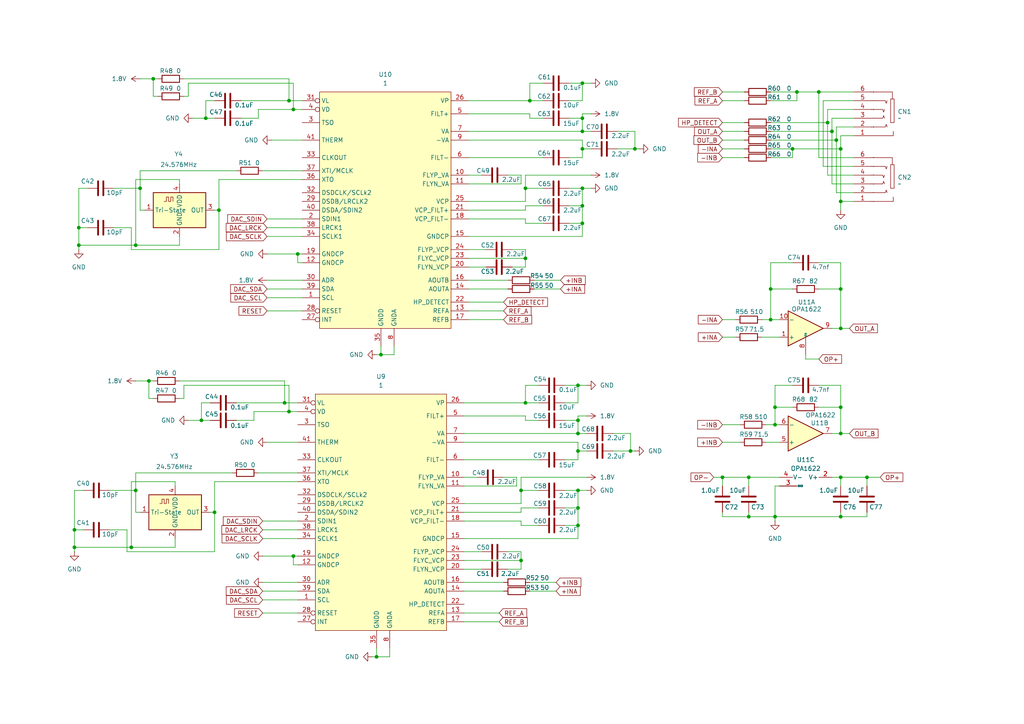
<source format=kicad_sch>
(kicad_sch (version 20250114) (generator "eeschema") (generator_version "9.0")
  (paper "A4")
  (junction (at 168.91 59.69))
  (junction (at 217.17 149.86))
  (junction (at 22.86 71.12))
  (junction (at 168.91 34.29))
  (junction (at 209.55 138.43))
  (junction (at 243.84 149.86))
  (junction (at 224.79 123.19))
  (junction (at 167.64 130.81))
  (junction (at 251.46 138.43))
  (junction (at 62.23 148.59))
  (junction (at 241.3 38.1))
  (junction (at 231.14 26.67))
  (junction (at 243.84 58.42))
  (junction (at 224.79 118.11))
  (junction (at 168.91 24.13))
  (junction (at 39.37 142.24))
  (junction (at 242.57 40.64))
  (junction (at 21.59 153.67))
  (junction (at 182.88 130.81))
  (junction (at 22.86 66.04))
  (junction (at 152.4 54.61))
  (junction (at 167.64 147.32))
  (junction (at 40.64 54.61))
  (junction (at 243.84 125.73))
  (junction (at 44.45 22.86))
  (junction (at 38.1 158.75))
  (junction (at 168.91 38.1))
  (junction (at 243.84 138.43))
  (junction (at 237.49 26.67))
  (junction (at 63.5 60.96))
  (junction (at 21.59 158.75))
  (junction (at 240.03 35.56))
  (junction (at 243.84 43.18))
  (junction (at 110.49 102.87))
  (junction (at 223.52 83.82))
  (junction (at 229.87 43.18))
  (junction (at 59.69 34.29))
  (junction (at 85.09 31.75))
  (junction (at 83.82 29.21))
  (junction (at 152.4 74.93))
  (junction (at 167.64 142.24))
  (junction (at 243.84 95.25))
  (junction (at 151.13 162.56))
  (junction (at 168.91 64.77))
  (junction (at 167.64 111.76))
  (junction (at 39.37 71.12))
  (junction (at 109.22 190.5))
  (junction (at 83.82 119.38))
  (junction (at 223.52 92.71))
  (junction (at 151.13 142.24))
  (junction (at 152.4 116.84))
  (junction (at 82.55 116.84))
  (junction (at 85.09 161.29))
  (junction (at 153.67 29.21))
  (junction (at 43.18 110.49))
  (junction (at 168.91 43.18))
  (junction (at 243.84 83.82))
  (junction (at 243.84 118.11))
  (junction (at 168.91 54.61))
  (junction (at 167.64 121.92))
  (junction (at 217.17 138.43))
  (junction (at 86.36 73.66))
  (junction (at 58.42 121.92))
  (junction (at 167.64 125.73))
  (junction (at 167.64 152.4))
  (junction (at 224.79 149.86))
  (junction (at 184.15 43.18))
  (wire (pts (xy 209.55 97.79) (xy 213.36 97.79)))
  (wire (pts (xy 151.13 152.4) (xy 156.21 152.4)))
  (wire (pts (xy 163.83 111.76) (xy 167.64 111.76)))
  (wire (pts (xy 170.18 138.43) (xy 151.13 138.43)))
  (wire (pts (xy 21.59 158.75) (xy 38.1 158.75)))
  (wire (pts (xy 77.47 68.58) (xy 87.63 68.58)))
  (wire (pts (xy 50.8 158.75) (xy 38.1 158.75)))
  (wire (pts (xy 168.91 43.18) (xy 168.91 45.72)))
  (wire (pts (xy 31.75 142.24) (xy 39.37 142.24)))
  (wire (pts (xy 231.14 26.67) (xy 237.49 26.67)))
  (wire (pts (xy 40.64 49.53) (xy 40.64 54.61)))
  (wire (pts (xy 224.79 118.11) (xy 224.79 123.19)))
  (wire (pts (xy 135.89 58.42) (xy 152.4 58.42)))
  (wire (pts (xy 54.61 121.92) (xy 58.42 121.92)))
  (wire (pts (xy 38.1 139.7) (xy 50.8 139.7)))
  (wire (pts (xy 135.89 53.34) (xy 151.13 53.34)))
  (wire (pts (xy 237.49 111.76) (xy 243.84 111.76)))
  (wire (pts (xy 44.45 110.49) (xy 43.18 110.49)))
  (wire (pts (xy 170.18 120.65) (xy 167.64 120.65)))
  (wire (pts (xy 38.1 72.39) (xy 63.5 72.39)))
  (wire (pts (xy 222.25 123.19) (xy 224.79 123.19)))
  (wire (pts (xy 74.93 31.75) (xy 85.09 31.75)))
  (wire (pts (xy 243.84 138.43) (xy 251.46 138.43)))
  (wire (pts (xy 151.13 148.59) (xy 151.13 147.32)))
  (wire (pts (xy 134.62 171.45) (xy 146.05 171.45)))
  (wire (pts (xy 238.76 29.21) (xy 238.76 48.26)))
  (wire (pts (xy 229.87 43.18) (xy 223.52 43.18)))
  (wire (pts (xy 78.74 40.64) (xy 87.63 40.64)))
  (wire (pts (xy 229.87 76.2) (xy 223.52 76.2)))
  (wire (pts (xy 223.52 83.82) (xy 223.52 92.71)))
  (wire (pts (xy 163.83 152.4) (xy 167.64 152.4)))
  (wire (pts (xy 224.79 149.86) (xy 224.79 151.13)))
  (wire (pts (xy 73.66 119.38) (xy 83.82 119.38)))
  (wire (pts (xy 135.89 29.21) (xy 153.67 29.21)))
  (wire (pts (xy 21.59 158.75) (xy 21.59 160.02)))
  (wire (pts (xy 217.17 138.43) (xy 217.17 140.97)))
  (wire (pts (xy 168.91 24.13) (xy 171.45 24.13)))
  (wire (pts (xy 223.52 26.67) (xy 231.14 26.67)))
  (wire (pts (xy 134.62 146.05) (xy 151.13 146.05)))
  (wire (pts (xy 224.79 140.97) (xy 226.06 140.97)))
  (wire (pts (xy 135.89 38.1) (xy 168.91 38.1)))
  (wire (pts (xy 167.64 111.76) (xy 167.64 116.84)))
  (wire (pts (xy 77.47 86.36) (xy 87.63 86.36)))
  (wire (pts (xy 134.62 156.21) (xy 167.64 156.21)))
  (wire (pts (xy 39.37 71.12) (xy 39.37 52.07)))
  (wire (pts (xy 209.55 40.64) (xy 215.9 40.64)))
  (wire (pts (xy 251.46 138.43) (xy 255.27 138.43)))
  (wire (pts (xy 107.95 190.5) (xy 109.22 190.5)))
  (wire (pts (xy 22.86 71.12) (xy 22.86 72.39)))
  (wire (pts (xy 167.64 130.81) (xy 167.64 133.35)))
  (wire (pts (xy 33.02 54.61) (xy 40.64 54.61)))
  (wire (pts (xy 135.89 77.47) (xy 140.97 77.47)))
  (wire (pts (xy 39.37 137.16) (xy 67.31 137.16)))
  (wire (pts (xy 63.5 60.96) (xy 62.23 60.96)))
  (wire (pts (xy 153.67 168.91) (xy 161.29 168.91)))
  (wire (pts (xy 247.65 34.29) (xy 241.3 34.29)))
  (wire (pts (xy 168.91 40.64) (xy 168.91 43.18)))
  (wire (pts (xy 77.47 128.27) (xy 86.36 128.27)))
  (wire (pts (xy 243.84 95.25) (xy 241.3 95.25)))
  (wire (pts (xy 243.84 76.2) (xy 243.84 83.82)))
  (wire (pts (xy 184.15 130.81) (xy 182.88 130.81)))
  (wire (pts (xy 168.91 54.61) (xy 171.45 54.61)))
  (wire (pts (xy 242.57 55.88) (xy 242.57 40.64)))
  (wire (pts (xy 152.4 74.93) (xy 152.4 72.39)))
  (wire (pts (xy 241.3 38.1) (xy 241.3 53.34)))
  (wire (pts (xy 168.91 38.1) (xy 171.45 38.1)))
  (wire (pts (xy 85.09 163.83) (xy 85.09 161.29)))
  (wire (pts (xy 168.91 54.61) (xy 165.1 54.61)))
  (wire (pts (xy 21.59 142.24) (xy 21.59 153.67)))
  (wire (pts (xy 220.98 97.79) (xy 226.06 97.79)))
  (wire (pts (xy 152.4 54.61) (xy 157.48 54.61)))
  (wire (pts (xy 247.65 45.72) (xy 237.49 45.72)))
  (wire (pts (xy 168.91 24.13) (xy 168.91 29.21)))
  (wire (pts (xy 21.59 153.67) (xy 24.13 153.67)))
  (wire (pts (xy 109.22 190.5) (xy 109.22 187.96)))
  (wire (pts (xy 243.84 58.42) (xy 243.84 60.96)))
  (wire (pts (xy 135.89 90.17) (xy 146.05 90.17)))
  (wire (pts (xy 134.62 180.34) (xy 144.78 180.34)))
  (wire (pts (xy 24.13 142.24) (xy 21.59 142.24)))
  (wire (pts (xy 113.03 190.5) (xy 109.22 190.5)))
  (wire (pts (xy 165.1 24.13) (xy 168.91 24.13)))
  (wire (pts (xy 241.3 53.34) (xy 247.65 53.34)))
  (wire (pts (xy 86.36 76.2) (xy 86.36 73.66)))
  (wire (pts (xy 62.23 148.59) (xy 62.23 139.7)))
  (wire (pts (xy 151.13 50.8) (xy 147.32 50.8)))
  (wire (pts (xy 243.84 43.18) (xy 243.84 58.42)))
  (wire (pts (xy 40.64 49.53) (xy 68.58 49.53)))
  (wire (pts (xy 113.03 187.96) (xy 113.03 190.5)))
  (wire (pts (xy 39.37 148.59) (xy 40.64 148.59)))
  (wire (pts (xy 60.96 121.92) (xy 58.42 121.92)))
  (wire (pts (xy 62.23 148.59) (xy 60.96 148.59)))
  (wire (pts (xy 135.89 60.96) (xy 152.4 60.96)))
  (wire (pts (xy 251.46 149.86) (xy 243.84 149.86)))
  (wire (pts (xy 237.49 76.2) (xy 243.84 76.2)))
  (wire (pts (xy 134.62 151.13) (xy 151.13 151.13)))
  (wire (pts (xy 167.64 152.4) (xy 167.64 147.32)))
  (wire (pts (xy 243.84 58.42) (xy 247.65 58.42)))
  (wire (pts (xy 223.52 35.56) (xy 240.03 35.56)))
  (wire (pts (xy 134.62 168.91) (xy 146.05 168.91)))
  (wire (pts (xy 171.45 50.8) (xy 152.4 50.8)))
  (wire (pts (xy 86.36 73.66) (xy 87.63 73.66)))
  (wire (pts (xy 167.64 130.81) (xy 170.18 130.81)))
  (wire (pts (xy 134.62 133.35) (xy 156.21 133.35)))
  (wire (pts (xy 149.86 138.43) (xy 146.05 138.43)))
  (wire (pts (xy 209.55 138.43) (xy 217.17 138.43)))
  (wire (pts (xy 21.59 153.67) (xy 21.59 158.75)))
  (wire (pts (xy 152.4 116.84) (xy 152.4 111.76)))
  (wire (pts (xy 134.62 138.43) (xy 138.43 138.43)))
  (wire (pts (xy 52.07 71.12) (xy 39.37 71.12)))
  (wire (pts (xy 168.91 38.1) (xy 168.91 34.29)))
  (wire (pts (xy 69.85 29.21) (xy 83.82 29.21)))
  (wire (pts (xy 151.13 53.34) (xy 151.13 50.8)))
  (wire (pts (xy 152.4 77.47) (xy 152.4 74.93)))
  (wire (pts (xy 77.47 63.5) (xy 87.63 63.5)))
  (wire (pts (xy 217.17 149.86) (xy 209.55 149.86)))
  (wire (pts (xy 209.55 43.18) (xy 215.9 43.18)))
  (wire (pts (xy 165.1 29.21) (xy 168.91 29.21)))
  (wire (pts (xy 207.01 138.43) (xy 209.55 138.43)))
  (wire (pts (xy 247.65 39.37) (xy 243.84 39.37)))
  (wire (pts (xy 209.55 128.27) (xy 214.63 128.27)))
  (wire (pts (xy 38.1 66.04) (xy 38.1 72.39)))
  (wire (pts (xy 36.83 153.67) (xy 36.83 160.02)))
  (wire (pts (xy 135.89 74.93) (xy 152.4 74.93)))
  (wire (pts (xy 76.2 156.21) (xy 86.36 156.21)))
  (wire (pts (xy 153.67 29.21) (xy 157.48 29.21)))
  (wire (pts (xy 39.37 137.16) (xy 39.37 142.24)))
  (wire (pts (xy 59.69 29.21) (xy 62.23 29.21)))
  (wire (pts (xy 85.09 24.13) (xy 85.09 31.75)))
  (wire (pts (xy 77.47 81.28) (xy 87.63 81.28)))
  (wire (pts (xy 149.86 140.97) (xy 149.86 138.43)))
  (wire (pts (xy 52.07 52.07) (xy 52.07 53.34)))
  (wire (pts (xy 151.13 165.1) (xy 151.13 162.56)))
  (wire (pts (xy 243.84 138.43) (xy 243.84 140.97)))
  (wire (pts (xy 243.84 125.73) (xy 241.3 125.73)))
  (wire (pts (xy 240.03 35.56) (xy 240.03 31.75)))
  (wire (pts (xy 229.87 43.18) (xy 243.84 43.18)))
  (wire (pts (xy 238.76 48.26) (xy 247.65 48.26)))
  (wire (pts (xy 31.75 153.67) (xy 36.83 153.67)))
  (wire (pts (xy 76.2 49.53) (xy 87.63 49.53)))
  (wire (pts (xy 223.52 76.2) (xy 223.52 83.82)))
  (wire (pts (xy 209.55 138.43) (xy 209.55 140.97)))
  (wire (pts (xy 167.64 142.24) (xy 170.18 142.24)))
  (wire (pts (xy 151.13 146.05) (xy 151.13 142.24)))
  (wire (pts (xy 168.91 34.29) (xy 165.1 34.29)))
  (wire (pts (xy 109.22 102.87) (xy 110.49 102.87)))
  (wire (pts (xy 22.86 66.04) (xy 22.86 71.12)))
  (wire (pts (xy 152.4 50.8) (xy 152.4 54.61)))
  (wire (pts (xy 62.23 34.29) (xy 59.69 34.29)))
  (wire (pts (xy 184.15 38.1) (xy 184.15 43.18)))
  (wire (pts (xy 50.8 156.21) (xy 50.8 158.75)))
  (wire (pts (xy 152.4 60.96) (xy 152.4 59.69)))
  (wire (pts (xy 110.49 102.87) (xy 110.49 100.33)))
  (wire (pts (xy 76.2 161.29) (xy 85.09 161.29)))
  (wire (pts (xy 154.94 83.82) (xy 162.56 83.82)))
  (wire (pts (xy 167.64 125.73) (xy 170.18 125.73)))
  (wire (pts (xy 59.69 34.29) (xy 59.69 29.21)))
  (wire (pts (xy 83.82 111.76) (xy 83.82 119.38)))
  (wire (pts (xy 152.4 58.42) (xy 152.4 54.61)))
  (wire (pts (xy 39.37 110.49) (xy 43.18 110.49)))
  (wire (pts (xy 209.55 26.67) (xy 215.9 26.67)))
  (wire (pts (xy 167.64 120.65) (xy 167.64 121.92)))
  (wire (pts (xy 83.82 22.86) (xy 83.82 29.21)))
  (wire (pts (xy 33.02 66.04) (xy 38.1 66.04)))
  (wire (pts (xy 152.4 72.39) (xy 148.59 72.39)))
  (wire (pts (xy 36.83 160.02) (xy 62.23 160.02)))
  (wire (pts (xy 168.91 59.69) (xy 168.91 54.61)))
  (wire (pts (xy 247.65 50.8) (xy 240.03 50.8)))
  (wire (pts (xy 153.67 33.02) (xy 135.89 33.02)))
  (wire (pts (xy 220.98 92.71) (xy 223.52 92.71)))
  (wire (pts (xy 241.3 138.43) (xy 243.84 138.43)))
  (wire (pts (xy 233.68 104.14) (xy 233.68 102.87)))
  (wire (pts (xy 40.64 60.96) (xy 41.91 60.96)))
  (wire (pts (xy 224.79 149.86) (xy 217.17 149.86)))
  (wire (pts (xy 167.64 147.32) (xy 167.64 142.24)))
  (wire (pts (xy 163.83 147.32) (xy 167.64 147.32)))
  (wire (pts (xy 135.89 83.82) (xy 147.32 83.82)))
  (wire (pts (xy 209.55 35.56) (xy 215.9 35.56)))
  (wire (pts (xy 167.64 156.21) (xy 167.64 152.4)))
  (wire (pts (xy 168.91 68.58) (xy 168.91 64.77)))
  (wire (pts (xy 53.34 22.86) (xy 83.82 22.86)))
  (wire (pts (xy 185.42 43.18) (xy 184.15 43.18)))
  (wire (pts (xy 52.07 110.49) (xy 82.55 110.49)))
  (wire (pts (xy 224.79 140.97) (xy 224.79 149.86)))
  (wire (pts (xy 76.2 168.91) (xy 86.36 168.91)))
  (wire (pts (xy 76.2 153.67) (xy 86.36 153.67)))
  (wire (pts (xy 134.62 177.8) (xy 144.78 177.8)))
  (wire (pts (xy 74.93 34.29) (xy 69.85 34.29)))
  (wire (pts (xy 243.84 149.86) (xy 224.79 149.86)))
  (wire (pts (xy 151.13 138.43) (xy 151.13 142.24)))
  (wire (pts (xy 86.36 163.83) (xy 85.09 163.83)))
  (wire (pts (xy 39.37 142.24) (xy 39.37 148.59)))
  (wire (pts (xy 243.84 125.73) (xy 246.38 125.73)))
  (wire (pts (xy 54.61 24.13) (xy 85.09 24.13)))
  (wire (pts (xy 76.2 173.99) (xy 86.36 173.99)))
  (wire (pts (xy 224.79 123.19) (xy 226.06 123.19)))
  (wire (pts (xy 147.32 165.1) (xy 151.13 165.1)))
  (wire (pts (xy 40.64 54.61) (xy 40.64 60.96)))
  (wire (pts (xy 44.45 22.86) (xy 44.45 27.94)))
  (wire (pts (xy 39.37 52.07) (xy 52.07 52.07)))
  (wire (pts (xy 87.63 76.2) (xy 86.36 76.2)))
  (wire (pts (xy 135.89 87.63) (xy 146.05 87.63)))
  (wire (pts (xy 251.46 138.43) (xy 251.46 140.97)))
  (wire (pts (xy 77.47 73.66) (xy 86.36 73.66)))
  (wire (pts (xy 152.4 111.76) (xy 156.21 111.76)))
  (wire (pts (xy 231.14 29.21) (xy 223.52 29.21)))
  (wire (pts (xy 156.21 121.92) (xy 152.4 121.92)))
  (wire (pts (xy 167.64 121.92) (xy 163.83 121.92)))
  (wire (pts (xy 76.2 171.45) (xy 86.36 171.45)))
  (wire (pts (xy 152.4 59.69) (xy 157.48 59.69)))
  (wire (pts (xy 63.5 72.39) (xy 63.5 60.96)))
  (wire (pts (xy 209.55 148.59) (xy 209.55 149.86)))
  (wire (pts (xy 50.8 139.7) (xy 50.8 140.97)))
  (wire (pts (xy 168.91 64.77) (xy 168.91 59.69)))
  (wire (pts (xy 223.52 38.1) (xy 241.3 38.1)))
  (wire (pts (xy 134.62 160.02) (xy 139.7 160.02)))
  (wire (pts (xy 209.55 29.21) (xy 215.9 29.21)))
  (wire (pts (xy 182.88 125.73) (xy 182.88 130.81)))
  (wire (pts (xy 86.36 139.7) (xy 62.23 139.7)))
  (wire (pts (xy 224.79 111.76) (xy 224.79 118.11)))
  (wire (pts (xy 247.65 55.88) (xy 242.57 55.88)))
  (wire (pts (xy 53.34 111.76) (xy 83.82 111.76)))
  (wire (pts (xy 242.57 40.64) (xy 242.57 36.83)))
  (wire (pts (xy 73.66 119.38) (xy 73.66 121.92)))
  (wire (pts (xy 179.07 43.18) (xy 184.15 43.18)))
  (wire (pts (xy 55.88 34.29) (xy 59.69 34.29)))
  (wire (pts (xy 243.84 111.76) (xy 243.84 118.11)))
  (wire (pts (xy 177.8 125.73) (xy 182.88 125.73)))
  (wire (pts (xy 134.62 165.1) (xy 139.7 165.1)))
  (wire (pts (xy 165.1 59.69) (xy 168.91 59.69)))
  (wire (pts (xy 135.89 50.8) (xy 139.7 50.8)))
  (wire (pts (xy 153.67 34.29) (xy 153.67 33.02)))
  (wire (pts (xy 45.72 22.86) (xy 44.45 22.86)))
  (wire (pts (xy 43.18 115.57) (xy 44.45 115.57)))
  (wire (pts (xy 135.89 92.71) (xy 146.05 92.71)))
  (wire (pts (xy 229.87 111.76) (xy 224.79 111.76)))
  (wire (pts (xy 167.64 142.24) (xy 163.83 142.24)))
  (wire (pts (xy 135.89 81.28) (xy 147.32 81.28)))
  (wire (pts (xy 135.89 40.64) (xy 168.91 40.64)))
  (wire (pts (xy 237.49 26.67) (xy 247.65 26.67)))
  (wire (pts (xy 171.45 33.02) (xy 168.91 33.02)))
  (wire (pts (xy 74.93 137.16) (xy 86.36 137.16)))
  (wire (pts (xy 151.13 151.13) (xy 151.13 152.4)))
  (wire (pts (xy 22.86 54.61) (xy 22.86 66.04)))
  (wire (pts (xy 237.49 83.82) (xy 243.84 83.82)))
  (wire (pts (xy 179.07 38.1) (xy 184.15 38.1)))
  (wire (pts (xy 237.49 118.11) (xy 243.84 118.11)))
  (wire (pts (xy 243.84 39.37) (xy 243.84 43.18)))
  (wire (pts (xy 209.55 38.1) (xy 215.9 38.1)))
  (wire (pts (xy 54.61 27.94) (xy 54.61 24.13)))
  (wire (pts (xy 22.86 66.04) (xy 25.4 66.04)))
  (wire (pts (xy 58.42 116.84) (xy 60.96 116.84)))
  (wire (pts (xy 237.49 26.67) (xy 237.49 45.72)))
  (wire (pts (xy 134.62 140.97) (xy 149.86 140.97)))
  (wire (pts (xy 73.66 121.92) (xy 68.58 121.92)))
  (wire (pts (xy 134.62 116.84) (xy 152.4 116.84)))
  (wire (pts (xy 53.34 115.57) (xy 53.34 111.76)))
  (wire (pts (xy 217.17 138.43) (xy 226.06 138.43)))
  (wire (pts (xy 242.57 36.83) (xy 247.65 36.83)))
  (wire (pts (xy 209.55 123.19) (xy 214.63 123.19)))
  (wire (pts (xy 134.62 148.59) (xy 151.13 148.59)))
  (wire (pts (xy 223.52 40.64) (xy 242.57 40.64)))
  (wire (pts (xy 251.46 148.59) (xy 251.46 149.86)))
  (wire (pts (xy 168.91 43.18) (xy 171.45 43.18)))
  (wire (pts (xy 85.09 161.29) (xy 86.36 161.29)))
  (wire (pts (xy 38.1 158.75) (xy 38.1 139.7)))
  (wire (pts (xy 241.3 34.29) (xy 241.3 38.1)))
  (wire (pts (xy 153.67 29.21) (xy 153.67 24.13)))
  (wire (pts (xy 63.5 60.96) (xy 63.5 52.07)))
  (wire (pts (xy 229.87 118.11) (xy 224.79 118.11)))
  (wire (pts (xy 134.62 125.73) (xy 167.64 125.73)))
  (wire (pts (xy 229.87 45.72) (xy 229.87 43.18)))
  (wire (pts (xy 229.87 83.82) (xy 223.52 83.82)))
  (wire (pts (xy 152.4 120.65) (xy 134.62 120.65)))
  (wire (pts (xy 114.3 102.87) (xy 110.49 102.87)))
  (wire (pts (xy 222.25 128.27) (xy 226.06 128.27)))
  (wire (pts (xy 151.13 162.56) (xy 151.13 160.02)))
  (wire (pts (xy 134.62 162.56) (xy 151.13 162.56)))
  (wire (pts (xy 44.45 27.94) (xy 45.72 27.94)))
  (wire (pts (xy 177.8 130.81) (xy 182.88 130.81)))
  (wire (pts (xy 223.52 45.72) (xy 229.87 45.72)))
  (wire (pts (xy 135.89 72.39) (xy 140.97 72.39)))
  (wire (pts (xy 243.84 95.25) (xy 246.38 95.25)))
  (wire (pts (xy 58.42 121.92) (xy 58.42 116.84)))
  (wire (pts (xy 240.03 31.75) (xy 247.65 31.75)))
  (wire (pts (xy 151.13 142.24) (xy 156.21 142.24)))
  (wire (pts (xy 243.84 148.59) (xy 243.84 149.86)))
  (wire (pts (xy 154.94 81.28) (xy 162.56 81.28)))
  (wire (pts (xy 52.07 68.58) (xy 52.07 71.12)))
  (wire (pts (xy 74.93 31.75) (xy 74.93 34.29)))
  (wire (pts (xy 40.64 22.86) (xy 44.45 22.86)))
  (wire (pts (xy 247.65 29.21) (xy 238.76 29.21)))
  (wire (pts (xy 82.55 110.49) (xy 82.55 116.84)))
  (wire (pts (xy 77.47 66.04) (xy 87.63 66.04)))
  (wire (pts (xy 152.4 121.92) (xy 152.4 120.65)))
  (wire (pts (xy 240.03 50.8) (xy 240.03 35.56)))
  (wire (pts (xy 217.17 148.59) (xy 217.17 149.86)))
  (wire (pts (xy 87.63 31.75) (xy 85.09 31.75)))
  (wire (pts (xy 243.84 118.11) (xy 243.84 125.73)))
  (wire (pts (xy 167.64 111.76) (xy 170.18 111.76)))
  (wire (pts (xy 83.82 29.21) (xy 87.63 29.21)))
  (wire (pts (xy 167.64 125.73) (xy 167.64 121.92)))
  (wire (pts (xy 231.14 26.67) (xy 231.14 29.21)))
  (wire (pts (xy 151.13 147.32) (xy 156.21 147.32)))
  (wire (pts (xy 76.2 151.13) (xy 86.36 151.13)))
  (wire (pts (xy 209.55 45.72) (xy 215.9 45.72)))
  (wire (pts (xy 167.64 128.27) (xy 167.64 130.81)))
  (wire (pts (xy 153.67 24.13) (xy 157.48 24.13)))
  (wire (pts (xy 76.2 177.8) (xy 86.36 177.8)))
  (wire (pts (xy 148.59 77.47) (xy 152.4 77.47)))
  (wire (pts (xy 52.07 115.57) (xy 53.34 115.57)))
  (wire (pts (xy 53.34 27.94) (xy 54.61 27.94)))
  (wire (pts (xy 135.89 63.5) (xy 152.4 63.5)))
  (wire (pts (xy 223.52 92.71) (xy 226.06 92.71)))
  (wire (pts (xy 151.13 160.02) (xy 147.32 160.02)))
  (wire (pts (xy 135.89 45.72) (xy 157.48 45.72)))
  (wire (pts (xy 135.89 68.58) (xy 168.91 68.58)))
  (wire (pts (xy 152.4 63.5) (xy 152.4 64.77)))
  (wire (pts (xy 165.1 64.77) (xy 168.91 64.77)))
  (wire (pts (xy 157.48 34.29) (xy 153.67 34.29)))
  (wire (pts (xy 168.91 33.02) (xy 168.91 34.29)))
  (wire (pts (xy 153.67 171.45) (xy 161.29 171.45)))
  (wire (pts (xy 243.84 83.82) (xy 243.84 95.25)))
  (wire (pts (xy 87.63 52.07) (xy 63.5 52.07)))
  (wire (pts (xy 233.68 104.14) (xy 237.49 104.14)))
  (wire (pts (xy 77.47 90.17) (xy 87.63 90.17)))
  (wire (pts (xy 62.23 160.02) (xy 62.23 148.59)))
  (wire (pts (xy 77.47 83.82) (xy 87.63 83.82)))
  (wire (pts (xy 114.3 100.33) (xy 114.3 102.87)))
  (wire (pts (xy 22.86 71.12) (xy 39.37 71.12)))
  (wire (pts (xy 86.36 119.38) (xy 83.82 119.38)))
  (wire (pts (xy 152.4 64.77) (xy 157.48 64.77)))
  (wire (pts (xy 134.62 128.27) (xy 167.64 128.27)))
  (wire (pts (xy 209.55 92.71) (xy 213.36 92.71)))
  (wire (pts (xy 165.1 45.72) (xy 168.91 45.72)))
  (wire (pts (xy 25.4 54.61) (xy 22.86 54.61)))
  (wire (pts (xy 163.83 133.35) (xy 167.64 133.35)))
  (wire (pts (xy 68.58 116.84) (xy 82.55 116.84)))
  (wire (pts (xy 82.55 116.84) (xy 86.36 116.84)))
  (wire (pts (xy 163.83 116.84) (xy 167.64 116.84)))
  (wire (pts (xy 43.18 110.49) (xy 43.18 115.57)))
  (wire (pts (xy 152.4 116.84) (xy 156.21 116.84)))
  (global_label "+INB" (shape input) (at 162.56 81.28 0) (property "Intersheetrefs" "${INTERSHEET_REFS}" (effects (hide yes))))
  (global_label "REF_A" (shape input) (at 209.55 29.21 180) (property "Intersheetrefs" "${INTERSHEET_REFS}" (effects (hide yes))))
  (global_label "OUT_A" (shape input) (at 209.55 38.1 180) (property "Intersheetrefs" "${INTERSHEET_REFS}" (effects (hide yes))))
  (global_label "DAC_SDA" (shape input) (at 77.47 83.82 180) (property "Intersheetrefs" "${INTERSHEET_REFS}" (effects (hide yes))))
  (global_label "REF_B" (shape input) (at 146.05 92.71 0) (property "Intersheetrefs" "${INTERSHEET_REFS}" (effects (hide yes))))
  (global_label "RESET" (shape input) (at 76.2 177.8 180) (property "Intersheetrefs" "${INTERSHEET_REFS}" (effects (hide yes))))
  (global_label "OP+" (shape input) (at 237.49 104.14 0) (property "Intersheetrefs" "${INTERSHEET_REFS}" (effects (hide yes))))
  (global_label "DAC_SCL" (shape input) (at 77.47 86.36 180) (property "Intersheetrefs" "${INTERSHEET_REFS}" (effects (hide yes))))
  (global_label "DAC_LRCK" (shape input) (at 77.47 66.04 180) (property "Intersheetrefs" "${INTERSHEET_REFS}" (effects (hide yes))))
  (global_label "+INB" (shape input) (at 161.29 168.91 0) (property "Intersheetrefs" "${INTERSHEET_REFS}" (effects (hide yes))))
  (global_label "-INB" (shape input) (at 209.55 45.72 180) (property "Intersheetrefs" "${INTERSHEET_REFS}" (effects (hide yes))))
  (global_label "-INA" (shape input) (at 209.55 43.18 180) (property "Intersheetrefs" "${INTERSHEET_REFS}" (effects (hide yes))))
  (global_label "REF_B" (shape input) (at 144.78 180.34 0) (property "Intersheetrefs" "${INTERSHEET_REFS}" (effects (hide yes))))
  (global_label "DAC_LRCK" (shape input) (at 76.2 153.67 180) (property "Intersheetrefs" "${INTERSHEET_REFS}" (effects (hide yes))))
  (global_label "-INA" (shape input) (at 209.55 92.71 180) (property "Intersheetrefs" "${INTERSHEET_REFS}" (effects (hide yes))))
  (global_label "DAC_SDA" (shape input) (at 76.2 171.45 180) (property "Intersheetrefs" "${INTERSHEET_REFS}" (effects (hide yes))))
  (global_label "RESET" (shape input) (at 77.47 90.17 180) (property "Intersheetrefs" "${INTERSHEET_REFS}" (effects (hide yes))))
  (global_label "+INA" (shape input) (at 162.56 83.82 0) (property "Intersheetrefs" "${INTERSHEET_REFS}" (effects (hide yes))))
  (global_label "DAC_SDIN" (shape input) (at 76.2 151.13 180) (property "Intersheetrefs" "${INTERSHEET_REFS}" (effects (hide yes))))
  (global_label "REF_A" (shape input) (at 146.05 90.17 0) (property "Intersheetrefs" "${INTERSHEET_REFS}" (effects (hide yes))))
  (global_label "HP_DETECT" (shape input) (at 146.05 87.63 0) (property "Intersheetrefs" "${INTERSHEET_REFS}" (effects (hide yes))))
  (global_label "-INB" (shape input) (at 209.55 123.19 180) (property "Intersheetrefs" "${INTERSHEET_REFS}" (effects (hide yes))))
  (global_label "+INA" (shape input) (at 209.55 97.79 180) (property "Intersheetrefs" "${INTERSHEET_REFS}" (effects (hide yes))))
  (global_label "REF_A" (shape input) (at 144.78 177.8 0) (property "Intersheetrefs" "${INTERSHEET_REFS}" (effects (hide yes))))
  (global_label "OP+" (shape input) (at 255.27 138.43 0) (property "Intersheetrefs" "${INTERSHEET_REFS}" (effects (hide yes))))
  (global_label "DAC_SDIN" (shape input) (at 77.47 63.5 180) (property "Intersheetrefs" "${INTERSHEET_REFS}" (effects (hide yes))))
  (global_label "DAC_SCL" (shape input) (at 76.2 173.99 180) (property "Intersheetrefs" "${INTERSHEET_REFS}" (effects (hide yes))))
  (global_label "HP_DETECT" (shape input) (at 209.55 35.56 180) (property "Intersheetrefs" "${INTERSHEET_REFS}" (effects (hide yes))))
  (global_label "DAC_SCLK" (shape input) (at 76.2 156.21 180) (property "Intersheetrefs" "${INTERSHEET_REFS}" (effects (hide yes))))
  (global_label "OP-" (shape input) (at 207.01 138.43 180) (property "Intersheetrefs" "${INTERSHEET_REFS}" (effects (hide yes))))
  (global_label "+INA" (shape input) (at 161.29 171.45 0) (property "Intersheetrefs" "${INTERSHEET_REFS}" (effects (hide yes))))
  (global_label "REF_B" (shape input) (at 209.55 26.67 180) (property "Intersheetrefs" "${INTERSHEET_REFS}" (effects (hide yes))))
  (global_label "+INB" (shape input) (at 209.55 128.27 180) (property "Intersheetrefs" "${INTERSHEET_REFS}" (effects (hide yes))))
  (global_label "OUT_B" (shape input) (at 209.55 40.64 180) (property "Intersheetrefs" "${INTERSHEET_REFS}" (effects (hide yes))))
  (global_label "DAC_SCLK" (shape input) (at 77.47 68.58 180) (property "Intersheetrefs" "${INTERSHEET_REFS}" (effects (hide yes))))
  (global_label "OUT_B" (shape input) (at 246.38 125.73 0) (property "Intersheetrefs" "${INTERSHEET_REFS}" (effects (hide yes))))
  (global_label "OUT_A" (shape input) (at 246.38 95.25 0) (property "Intersheetrefs" "${INTERSHEET_REFS}" (effects (hide yes))))
  (symbol (lib_id "power:VCC") (at 171.45 33.02 270) (unit 1)
    (property "Reference" "#PWR092" (effects (hide yes)))
    (property "Value" "1.8V" (at 175.26 33.0199 90) (effects (justify left)))
    (property "Description" "Power symbol creates a global label with name \"VCC\"" (effects (hide yes)))
  )
  (symbol (lib_id "power:GND") (at 77.47 128.27 270) (unit 1)
    (property "Reference" "#PWR083" (effects (hide yes)))
    (property "Value" "GND" (at 73.66 128.2699 90) (effects (justify right)))
    (property "Description" "Power symbol creates a global label with name \"GND\" , ground" (effects (hide yes)))
  )
  (symbol (lib_id "Device:C") (at 209.55 144.78 180) (unit 1)
    (property "Reference" "C72" (at 214.122 147.066 0) (effects (justify left)))
    (property "Value" "1.0uF" (at 208.788 142.24 0) (effects (justify left)))
    (property "Footprint" "Capacitor_SMD:C_0402_1005Metric_Pad0.74x0.62mm_HandSolder" (effects (hide yes)))
    (property "Description" "Unpolarized capacitor" (effects (hide yes)))
  )
  (symbol (lib_id "power:GND") (at 76.2 168.91 270) (unit 1)
    (property "Reference" "#PWR080" (effects (hide yes)))
    (property "Value" "GND" (at 72.39 168.9099 90) (effects (justify right)))
    (property "Description" "Power symbol creates a global label with name \"GND\" , ground" (effects (hide yes)))
  )
  (symbol (lib_id "power:VCC") (at 170.18 138.43 270) (unit 1)
    (property "Reference" "#PWR089" (effects (hide yes)))
    (property "Value" "1.8V" (at 173.99 138.4299 90) (effects (justify left)))
    (property "Description" "Power symbol creates a global label with name \"VCC\"" (effects (hide yes)))
  )
  (symbol (lib_id "Device:C") (at 142.24 138.43 270) (unit 1)
    (property "Reference" "C48" (at 136.906 137.16 90) (effects (justify left)))
    (property "Value" "2.2uF" (at 144.272 139.7 90) (effects (justify left)))
    (property "Footprint" "Capacitor_SMD:C_0402_1005Metric_Pad0.74x0.62mm_HandSolder" (effects (hide yes)))
    (property "Description" "Unpolarized capacitor" (effects (hide yes)))
  )
  (symbol (lib_id "Device:R") (at 217.17 92.71 270) (unit 1)
    (property "Reference" "R56" (at 215.138 90.424 90))
    (property "Value" "510" (at 219.456 90.424 90))
    (property "Footprint" "Resistor_SMD:R_0805_2012Metric_Pad1.20x1.40mm_HandSolder" (effects (hide yes)))
    (property "Description" "Resistor" (effects (hide yes)))
  )
  (symbol (lib_id "Device:R") (at 219.71 38.1 270) (unit 1)
    (property "Reference" "R63" (at 224.536 37.084 90))
    (property "Value" "0" (at 228.854 37.084 90))
    (property "Footprint" "Resistor_SMD:R_1206_3216Metric_Pad1.30x1.75mm_HandSolder" (effects (hide yes)))
    (property "Description" "Resistor" (effects (hide yes)))
  )
  (symbol (lib_id "Device:C") (at 175.26 43.18 270) (unit 1)
    (property "Reference" "C71" (at 169.926 41.91 90) (effects (justify left)))
    (property "Value" "2.2uF" (at 177.292 44.704 90) (effects (justify left)))
    (property "Footprint" "Capacitor_SMD:C_0402_1005Metric_Pad0.74x0.62mm_HandSolder" (effects (hide yes)))
    (property "Description" "Unpolarized capacitor" (effects (hide yes)))
  )
  (symbol (lib_id "power:GND") (at 21.59 160.02 0) (unit 1)
    (property "Reference" "#PWR073" (effects (hide yes)))
    (property "Value" "GND" (at 21.59 165.1 0))
    (property "Description" "Power symbol creates a global label with name \"GND\" , ground" (effects (hide yes)))
  )
  (symbol (lib_id "Device:C") (at 144.78 72.39 270) (unit 1)
    (property "Reference" "C52" (at 139.446 71.12 90) (effects (justify left)))
    (property "Value" "2.2uF" (at 146.812 73.66 90) (effects (justify left)))
    (property "Footprint" "Capacitor_SMD:C_0402_1005Metric_Pad0.74x0.62mm_HandSolder" (effects (hide yes)))
    (property "Description" "Unpolarized capacitor" (effects (hide yes)))
  )
  (symbol (lib_id "Device:C") (at 27.94 153.67 90) (unit 1)
    (property "Reference" "C41" (at 24.13 151.638 90))
    (property "Value" "10pF" (at 32.004 154.94 90))
    (property "Footprint" "Capacitor_SMD:C_0402_1005Metric_Pad0.74x0.62mm_HandSolder" (effects (hide yes)))
    (property "Description" "Unpolarized capacitor" (effects (hide yes)))
  )
  (symbol (lib_id "Device:R") (at 151.13 81.28 270) (unit 1)
    (property "Reference" "R54" (at 155.702 80.01 90))
    (property "Value" "50" (at 159.258 80.01 90))
    (property "Footprint" "Resistor_SMD:R_0805_2012Metric_Pad1.20x1.40mm_HandSolder" (effects (hide yes)))
    (property "Description" "Resistor" (effects (hide yes)))
  )
  (symbol (lib_id "power:VCC") (at 39.37 110.49 90) (unit 1)
    (property "Reference" "#PWR075" (effects (hide yes)))
    (property "Value" "1.8V" (at 35.4458 110.4899 90) (effects (justify left)))
    (property "Description" "Power symbol creates a global label with name \"VCC\"" (effects (hide yes)))
  )
  (symbol (lib_id "power:GND") (at 77.47 73.66 270) (unit 1)
    (property "Reference" "#PWR081" (effects (hide yes)))
    (property "Value" "GND" (at 73.66 73.6599 90) (effects (justify right)))
    (property "Description" "Power symbol creates a global label with name \"GND\" , ground" (effects (hide yes)))
  )
  (symbol (lib_id "Device:R") (at 219.71 45.72 270) (unit 1)
    (property "Reference" "R66" (at 224.536 44.704 90))
    (property "Value" "0" (at 228.854 44.704 90))
    (property "Footprint" "Resistor_SMD:R_1206_3216Metric_Pad1.30x1.75mm_HandSolder" (effects (hide yes)))
    (property "Description" "Resistor" (effects (hide yes)))
  )
  (symbol (lib_id "Device:R") (at 219.71 26.67 270) (unit 1)
    (property "Reference" "R60" (at 224.536 25.654 90))
    (property "Value" "0" (at 228.854 25.654 90))
    (property "Footprint" "Resistor_SMD:R_1206_3216Metric_Pad1.30x1.75mm_HandSolder" (effects (hide yes)))
    (property "Description" "Resistor" (effects (hide yes)))
  )
  (symbol (lib_id "Device:C") (at 160.02 116.84 90) (unit 1)
    (property "Reference" "C55" (at 158.496 115.57 90) (effects (justify left)))
    (property "Value" "10uF" (at 166.878 118.11 90) (effects (justify left)))
    (property "Footprint" "Capacitor_SMD:C_0402_1005Metric_Pad0.74x0.62mm_HandSolder" (effects (hide yes)))
    (property "Description" "Unpolarized capacitor" (effects (hide yes)))
  )
  (symbol (lib_id "Device:C") (at 161.29 29.21 90) (unit 1)
    (property "Reference" "C62" (at 159.766 27.94 90) (effects (justify left)))
    (property "Value" "10uF" (at 168.148 30.48 90) (effects (justify left)))
    (property "Footprint" "Capacitor_SMD:C_0402_1005Metric_Pad0.74x0.62mm_HandSolder" (effects (hide yes)))
    (property "Description" "Unpolarized capacitor" (effects (hide yes)))
  )
  (symbol (lib_id "Device:C") (at 251.46 144.78 180) (unit 1)
    (property "Reference" "C77" (at 256.032 147.066 0) (effects (justify left)))
    (property "Value" "10uF" (at 250.698 142.24 0) (effects (justify left)))
    (property "Footprint" "Capacitor_SMD:C_0402_1005Metric_Pad0.74x0.62mm_HandSolder" (effects (hide yes)))
    (property "Description" "Unpolarized capacitor" (effects (hide yes)))
  )
  (symbol (lib_id "power:GND") (at 224.79 151.13 0) (unit 1)
    (property "Reference" "#PWR097" (effects (hide yes)))
    (property "Value" "GND" (at 224.79 156.21 0))
    (property "Description" "Power symbol creates a global label with name \"GND\" , ground" (effects (hide yes)))
  )
  (symbol (lib_id "power:GND") (at 170.18 142.24 90) (unit 1)
    (property "Reference" "#PWR090" (effects (hide yes)))
    (property "Value" "GND" (at 173.99 142.2399 90) (effects (justify right)))
    (property "Description" "Power symbol creates a global label with name \"GND\" , ground" (effects (hide yes)))
  )
  (symbol (lib_id "Device:R") (at 219.71 40.64 270) (unit 1)
    (property "Reference" "R64" (at 224.536 39.624 90))
    (property "Value" "0" (at 228.854 39.624 90))
    (property "Footprint" "Resistor_SMD:R_1206_3216Metric_Pad1.30x1.75mm_HandSolder" (effects (hide yes)))
    (property "Description" "Resistor" (effects (hide yes)))
  )
  (symbol (lib_id "Device:R") (at 48.26 110.49 270) (unit 1)
    (property "Reference" "R46" (at 46.99 108.204 90))
    (property "Value" "0" (at 50.546 108.204 90))
    (property "Footprint" "Resistor_SMD:R_0402_1005Metric_Pad0.72x0.64mm_HandSolder" (effects (hide yes)))
    (property "Description" "Resistor" (effects (hide yes)))
  )
  (symbol (lib_id "Device:C") (at 175.26 38.1 270) (unit 1)
    (property "Reference" "C70" (at 169.926 36.83 90) (effects (justify left)))
    (property "Value" "2.2uF" (at 177.292 39.37 90) (effects (justify left)))
    (property "Footprint" "Capacitor_SMD:C_0402_1005Metric_Pad0.74x0.62mm_HandSolder" (effects (hide yes)))
    (property "Description" "Unpolarized capacitor" (effects (hide yes)))
  )
  (symbol (lib_id "Device:C") (at 243.84 144.78 180) (unit 1)
    (property "Reference" "C76" (at 248.412 147.066 0) (effects (justify left)))
    (property "Value" "1.0uF" (at 243.078 142.24 0) (effects (justify left)))
    (property "Footprint" "Capacitor_SMD:C_0402_1005Metric_Pad0.74x0.62mm_HandSolder" (effects (hide yes)))
    (property "Description" "Unpolarized capacitor" (effects (hide yes)))
  )
  (symbol (lib_id "power:GND") (at 107.95 190.5 270) (unit 1)
    (property "Reference" "#PWR085" (effects (hide yes)))
    (property "Value" "GND" (at 104.14 190.4999 90) (effects (justify right)))
    (property "Description" "Power symbol creates a global label with name \"GND\" , ground" (effects (hide yes)))
  )
  (symbol (lib_id "Device:R") (at 149.86 168.91 270) (unit 1)
    (property "Reference" "R52" (at 154.432 167.64 90))
    (property "Value" "50" (at 157.988 167.64 90))
    (property "Footprint" "Resistor_SMD:R_0805_2012Metric_Pad1.20x1.40mm_HandSolder" (effects (hide yes)))
    (property "Description" "Resistor" (effects (hide yes)))
  )
  (symbol (lib_id "Device:C") (at 160.02 121.92 90) (unit 1)
    (property "Reference" "C56" (at 158.496 120.65 90) (effects (justify left)))
    (property "Value" "15uF" (at 166.878 123.444 90) (effects (justify left)))
    (property "Footprint" "Capacitor_SMD:C_0402_1005Metric_Pad0.74x0.62mm_HandSolder" (effects (hide yes)))
    (property "Description" "Unpolarized capacitor" (effects (hide yes)))
  )
  (symbol (lib_id "Device:R") (at 218.44 128.27 270) (unit 1)
    (property "Reference" "R59" (at 216.408 125.984 90))
    (property "Value" "71.5" (at 220.726 125.984 90))
    (property "Footprint" "Resistor_SMD:R_0805_2012Metric_Pad1.20x1.40mm_HandSolder" (effects (hide yes)))
    (property "Description" "Resistor" (effects (hide yes)))
  )
  (symbol (lib_id "Device:R") (at 49.53 22.86 270) (unit 1)
    (property "Reference" "R48" (at 48.26 20.574 90))
    (property "Value" "0" (at 51.816 20.574 90))
    (property "Footprint" "Resistor_SMD:R_0402_1005Metric_Pad0.72x0.64mm_HandSolder" (effects (hide yes)))
    (property "Description" "Resistor" (effects (hide yes)))
  )
  (symbol (lib_id "power:GND") (at 171.45 54.61 90) (unit 1)
    (property "Reference" "#PWR094" (effects (hide yes)))
    (property "Value" "GND" (at 175.26 54.6099 90) (effects (justify right)))
    (property "Description" "Power symbol creates a global label with name \"GND\" , ground" (effects (hide yes)))
  )
  (symbol (lib_id "Device:C") (at 160.02 133.35 90) (unit 1)
    (property "Reference" "C57" (at 158.496 132.08 90) (effects (justify left)))
    (property "Value" "15uF" (at 166.878 134.874 90) (effects (justify left)))
    (property "Footprint" "Capacitor_SMD:C_0402_1005Metric_Pad0.74x0.62mm_HandSolder" (effects (hide yes)))
    (property "Description" "Unpolarized capacitor" (effects (hide yes)))
  )
  (symbol (lib_id "Device:C") (at 64.77 121.92 270) (unit 1)
    (property "Reference" "C45" (at 59.436 120.142 90) (effects (justify left)))
    (property "Value" "0.1uF" (at 66.802 123.444 90) (effects (justify left)))
    (property "Footprint" "Capacitor_SMD:C_0402_1005Metric_Pad0.74x0.62mm_HandSolder" (effects (hide yes)))
    (property "Description" "Unpolarized capacitor" (effects (hide yes)))
  )
  (symbol (lib_id "Device:C") (at 233.68 111.76 270) (unit 1)
    (property "Reference" "C75" (at 228.346 110.236 90) (effects (justify left)))
    (property "Value" "4.7nf" (at 235.458 113.03 90) (effects (justify left)))
    (property "Footprint" "Capacitor_SMD:C_0805_2012Metric_Pad1.18x1.45mm_HandSolder" (effects (hide yes)))
    (property "Description" "Unpolarized capacitor" (effects (hide yes)))
  )
  (symbol (lib_id "power:GND") (at 22.86 72.39 0) (unit 1)
    (property "Reference" "#PWR074" (effects (hide yes)))
    (property "Value" "GND" (at 22.86 77.47 0))
    (property "Description" "Power symbol creates a global label with name \"GND\" , ground" (effects (hide yes)))
  )
  (symbol (lib_id "Device:C") (at 160.02 142.24 270) (unit 1)
    (property "Reference" "C58" (at 154.686 140.97 90) (effects (justify left)))
    (property "Value" "2.2uF" (at 162.052 143.764 90) (effects (justify left)))
    (property "Footprint" "Capacitor_SMD:C_0402_1005Metric_Pad0.74x0.62mm_HandSolder" (effects (hide yes)))
    (property "Description" "Unpolarized capacitor" (effects (hide yes)))
  )
  (symbol (lib_id "Device:C") (at 143.51 50.8 270) (unit 1)
    (property "Reference" "C49" (at 138.176 49.53 90) (effects (justify left)))
    (property "Value" "2.2uF" (at 145.542 52.07 90) (effects (justify left)))
    (property "Footprint" "Capacitor_SMD:C_0402_1005Metric_Pad0.74x0.62mm_HandSolder" (effects (hide yes)))
    (property "Description" "Unpolarized capacitor" (effects (hide yes)))
  )
  (symbol (lib_id "Device:C") (at 160.02 152.4 270) (unit 1)
    (property "Reference" "C60" (at 154.686 151.13 90) (effects (justify left)))
    (property "Value" "2.2uF" (at 162.052 153.67 90) (effects (justify left)))
    (property "Footprint" "Capacitor_SMD:C_0402_1005Metric_Pad0.74x0.62mm_HandSolder" (effects (hide yes)))
    (property "Description" "Unpolarized capacitor" (effects (hide yes)))
  )
  (symbol (lib_id "Oscillator:ECS-2520MV-xxx-xx") (at 50.8 148.59 0) (unit 1)
    (property "Reference" "Y3" (at 50.546 132.334 0))
    (property "Value" "24.576MHz" (at 50.546 135.382 0))
    (property "Footprint" "Crystal:Crystal_SMD_3225-4Pin_3.2x2.5mm_HandSoldering" (effects (hide yes)))
    (property "Datasheet" "https://www.ecsxtal.com/store/pdf/ECS-2520MV.pdf" (effects (hide yes)))
    (property "Description" "HCMOS Crystal Clock Oscillator, 2.5x2.0 mm SMD" (effects (hide yes)))
  )
  (symbol (lib_id "Device:R") (at 49.53 27.94 270) (unit 1)
    (property "Reference" "R49" (at 48.26 25.654 90))
    (property "Value" "0" (at 51.816 25.654 90))
    (property "Footprint" "Resistor_SMD:R_0402_1005Metric_Pad0.72x0.64mm_HandSolder" (effects (hide yes)))
    (property "Description" "Resistor" (effects (hide yes)))
  )
  (symbol (lib_id "coloryr:PJ-3136-B") (at 252.73 31.75 0) (mirror y) (unit 1)
    (property "Reference" "CN1" (at 260.35 32.3849 0) (effects (justify right)))
    (property "Value" "~" (at 260.35 34.29 0) (effects (justify right)))
    (property "Footprint" "coloryr:AUDIO-TH_PJ-3136-B" (effects (hide yes)))
  )
  (symbol (lib_id "power:GND") (at 171.45 24.13 90) (unit 1)
    (property "Reference" "#PWR091" (effects (hide yes)))
    (property "Value" "GND" (at 175.26 24.1299 90) (effects (justify right)))
    (property "Description" "Power symbol creates a global label with name \"GND\" , ground" (effects (hide yes)))
  )
  (symbol (lib_id "Device:C") (at 161.29 64.77 270) (unit 1)
    (property "Reference" "C67" (at 155.956 63.5 90) (effects (justify left)))
    (property "Value" "2.2uF" (at 163.322 66.04 90) (effects (justify left)))
    (property "Footprint" "Capacitor_SMD:C_0402_1005Metric_Pad0.74x0.62mm_HandSolder" (effects (hide yes)))
    (property "Description" "Unpolarized capacitor" (effects (hide yes)))
  )
  (symbol (lib_id "coloryr:CS43198") (at 92.71 26.67 0) (unit 1)
    (property "Reference" "U10" (at 111.76 21.59 0))
    (property "Value" "1" (at 111.76 24.13 0))
    (property "Footprint" "Package_DFN_QFN:QFN-40-1EP_5x5mm_P0.4mm_EP3.6x3.6mm_ThermalVias" (effects (hide yes)))
  )
  (symbol (lib_id "Device:C") (at 29.21 66.04 90) (unit 1)
    (property "Reference" "C43" (at 25.4 64.008 90))
    (property "Value" "10pF" (at 33.274 67.31 90))
    (property "Footprint" "Capacitor_SMD:C_0402_1005Metric_Pad0.74x0.62mm_HandSolder" (effects (hide yes)))
    (property "Description" "Unpolarized capacitor" (effects (hide yes)))
  )
  (symbol (lib_id "Device:C") (at 64.77 116.84 270) (unit 1)
    (property "Reference" "C44" (at 59.436 115.062 90) (effects (justify left)))
    (property "Value" "0.1uF" (at 66.802 118.11 90) (effects (justify left)))
    (property "Footprint" "Capacitor_SMD:C_0402_1005Metric_Pad0.74x0.62mm_HandSolder" (effects (hide yes)))
    (property "Description" "Unpolarized capacitor" (effects (hide yes)))
  )
  (symbol (lib_id "power:VCC") (at 171.45 50.8 270) (unit 1)
    (property "Reference" "#PWR093" (effects (hide yes)))
    (property "Value" "1.8V" (at 175.26 50.7999 90) (effects (justify left)))
    (property "Description" "Power symbol creates a global label with name \"VCC\"" (effects (hide yes)))
  )
  (symbol (lib_id "Device:C") (at 161.29 54.61 270) (unit 1)
    (property "Reference" "C65" (at 155.956 53.34 90) (effects (justify left)))
    (property "Value" "2.2uF" (at 163.322 56.134 90) (effects (justify left)))
    (property "Footprint" "Capacitor_SMD:C_0402_1005Metric_Pad0.74x0.62mm_HandSolder" (effects (hide yes)))
    (property "Description" "Unpolarized capacitor" (effects (hide yes)))
  )
  (symbol (lib_id "Device:R") (at 71.12 137.16 270) (unit 1)
    (property "Reference" "R50" (at 69.85 134.874 90))
    (property "Value" "0" (at 73.406 134.874 90))
    (property "Footprint" "Resistor_SMD:R_0402_1005Metric_Pad0.72x0.64mm_HandSolder" (effects (hide yes)))
    (property "Description" "Resistor" (effects (hide yes)))
  )
  (symbol (lib_id "Amplifier_Audio:OPA1622") (at 233.68 95.25 0) (mirror x) (unit 1)
    (property "Reference" "U11" (at 233.934 87.63 0))
    (property "Value" "OPA1622" (at 233.934 89.662 0))
    (property "Footprint" "Package_SON:Texas_S-PVSON-N10" (effects (hide yes)))
    (property "Datasheet" "http://www.ti.com/lit/ds/symlink/opa1622.pdf" (effects (hide yes)))
    (property "Description" "High-Fidelity, Bipolar-Input, Audio Operational Amplifier, VSON-10" (effects (hide yes)))
  )
  (symbol (lib_id "Device:R") (at 151.13 83.82 270) (unit 1)
    (property "Reference" "R55" (at 155.702 82.804 90))
    (property "Value" "50" (at 159.258 82.804 90))
    (property "Footprint" "Resistor_SMD:R_0805_2012Metric_Pad1.20x1.40mm_HandSolder" (effects (hide yes)))
    (property "Description" "Resistor" (effects (hide yes)))
  )
  (symbol (lib_id "power:GND") (at 76.2 161.29 270) (unit 1)
    (property "Reference" "#PWR079" (effects (hide yes)))
    (property "Value" "GND" (at 72.39 161.2899 90) (effects (justify right)))
    (property "Description" "Power symbol creates a global label with name \"GND\" , ground" (effects (hide yes)))
  )
  (symbol (lib_id "Device:R") (at 219.71 43.18 270) (unit 1)
    (property "Reference" "R65" (at 224.536 42.164 90))
    (property "Value" "0" (at 228.854 42.164 90))
    (property "Footprint" "Resistor_SMD:R_1206_3216Metric_Pad1.30x1.75mm_HandSolder" (effects (hide yes)))
    (property "Description" "Resistor" (effects (hide yes)))
  )
  (symbol (lib_id "coloryr:CS43198") (at 91.44 114.3 0) (unit 1)
    (property "Reference" "U9" (at 110.49 109.22 0))
    (property "Value" "1" (at 110.49 111.76 0))
    (property "Footprint" "Package_DFN_QFN:QFN-40-1EP_5x5mm_P0.4mm_EP3.6x3.6mm_ThermalVias" (effects (hide yes)))
  )
  (symbol (lib_id "Device:C") (at 66.04 29.21 270) (unit 1)
    (property "Reference" "C46" (at 60.706 27.432 90) (effects (justify left)))
    (property "Value" "0.1uF" (at 68.072 30.48 90) (effects (justify left)))
    (property "Footprint" "Capacitor_SMD:C_0402_1005Metric_Pad0.74x0.62mm_HandSolder" (effects (hide yes)))
    (property "Description" "Unpolarized capacitor" (effects (hide yes)))
  )
  (symbol (lib_id "Device:C") (at 173.99 130.81 270) (unit 1)
    (property "Reference" "C69" (at 168.656 129.54 90) (effects (justify left)))
    (property "Value" "2.2uF" (at 176.022 132.334 90) (effects (justify left)))
    (property "Footprint" "Capacitor_SMD:C_0402_1005Metric_Pad0.74x0.62mm_HandSolder" (effects (hide yes)))
    (property "Description" "Unpolarized capacitor" (effects (hide yes)))
  )
  (symbol (lib_id "power:VCC") (at 170.18 120.65 270) (unit 1)
    (property "Reference" "#PWR088" (effects (hide yes)))
    (property "Value" "1.8V" (at 173.99 120.6499 90) (effects (justify left)))
    (property "Description" "Power symbol creates a global label with name \"VCC\"" (effects (hide yes)))
  )
  (symbol (lib_id "Device:R") (at 233.68 118.11 270) (unit 1)
    (property "Reference" "R68" (at 231.648 115.824 90))
    (property "Value" "82" (at 235.966 115.824 90))
    (property "Footprint" "Resistor_SMD:R_0805_2012Metric_Pad1.20x1.40mm_HandSolder" (effects (hide yes)))
    (property "Description" "Resistor" (effects (hide yes)))
  )
  (symbol (lib_id "power:GND") (at 54.61 121.92 270) (unit 1)
    (property "Reference" "#PWR077" (effects (hide yes)))
    (property "Value" "GND" (at 50.8 121.9199 90) (effects (justify right)))
    (property "Description" "Power symbol creates a global label with name \"GND\" , ground" (effects (hide yes)))
  )
  (symbol (lib_id "Device:C") (at 173.99 125.73 270) (unit 1)
    (property "Reference" "C68" (at 168.656 124.46 90) (effects (justify left)))
    (property "Value" "2.2uF" (at 176.022 127 90) (effects (justify left)))
    (property "Footprint" "Capacitor_SMD:C_0402_1005Metric_Pad0.74x0.62mm_HandSolder" (effects (hide yes)))
    (property "Description" "Unpolarized capacitor" (effects (hide yes)))
  )
  (symbol (lib_id "Device:C") (at 160.02 111.76 270) (unit 1)
    (property "Reference" "C54" (at 154.686 109.982 90) (effects (justify left)))
    (property "Value" "0.1uF" (at 162.052 113.03 90) (effects (justify left)))
    (property "Footprint" "Capacitor_SMD:C_0402_1005Metric_Pad0.74x0.62mm_HandSolder" (effects (hide yes)))
    (property "Description" "Unpolarized capacitor" (effects (hide yes)))
  )
  (symbol (lib_id "Device:C") (at 161.29 45.72 90) (unit 1)
    (property "Reference" "C64" (at 159.766 44.45 90) (effects (justify left)))
    (property "Value" "15uF" (at 168.148 47.244 90) (effects (justify left)))
    (property "Footprint" "Capacitor_SMD:C_0402_1005Metric_Pad0.74x0.62mm_HandSolder" (effects (hide yes)))
    (property "Description" "Unpolarized capacitor" (effects (hide yes)))
  )
  (symbol (lib_id "Device:C") (at 161.29 24.13 270) (unit 1)
    (property "Reference" "C61" (at 155.956 22.352 90) (effects (justify left)))
    (property "Value" "0.1uF" (at 163.322 25.4 90) (effects (justify left)))
    (property "Footprint" "Capacitor_SMD:C_0402_1005Metric_Pad0.74x0.62mm_HandSolder" (effects (hide yes)))
    (property "Description" "Unpolarized capacitor" (effects (hide yes)))
  )
  (symbol (lib_id "Amplifier_Audio:OPA1622") (at 233.68 125.73 0) (mirror x) (unit 2)
    (property "Reference" "U11" (at 237.744 122.682 0))
    (property "Value" "OPA1622" (at 237.998 120.396 0))
    (property "Footprint" "Package_SON:Texas_S-PVSON-N10" (effects (hide yes)))
    (property "Datasheet" "http://www.ti.com/lit/ds/symlink/opa1622.pdf" (effects (hide yes)))
    (property "Description" "High-Fidelity, Bipolar-Input, Audio Operational Amplifier, VSON-10" (effects (hide yes)))
  )
  (symbol (lib_id "Amplifier_Audio:OPA1622") (at 233.68 140.97 270) (unit 3)
    (property "Reference" "U11" (at 233.68 133.35 90))
    (property "Value" "OPA1622" (at 233.68 135.89 90))
    (property "Footprint" "Package_SON:Texas_S-PVSON-N10" (effects (hide yes)))
    (property "Datasheet" "http://www.ti.com/lit/ds/symlink/opa1622.pdf" (effects (hide yes)))
    (property "Description" "High-Fidelity, Bipolar-Input, Audio Operational Amplifier, VSON-10" (effects (hide yes)))
  )
  (symbol (lib_id "Device:C") (at 66.04 34.29 270) (unit 1)
    (property "Reference" "C47" (at 60.706 32.512 90) (effects (justify left)))
    (property "Value" "0.1uF" (at 68.072 35.814 90) (effects (justify left)))
    (property "Footprint" "Capacitor_SMD:C_0402_1005Metric_Pad0.74x0.62mm_HandSolder" (effects (hide yes)))
    (property "Description" "Unpolarized capacitor" (effects (hide yes)))
  )
  (symbol (lib_id "power:GND") (at 109.22 102.87 270) (unit 1)
    (property "Reference" "#PWR086" (effects (hide yes)))
    (property "Value" "GND" (at 105.41 102.8699 90) (effects (justify right)))
    (property "Description" "Power symbol creates a global label with name \"GND\" , ground" (effects (hide yes)))
  )
  (symbol (lib_id "Oscillator:ECS-2520MV-xxx-xx") (at 52.07 60.96 0) (unit 1)
    (property "Reference" "Y4" (at 51.816 44.704 0))
    (property "Value" "24.576MHz" (at 51.816 47.752 0))
    (property "Footprint" "Crystal:Crystal_SMD_3225-4Pin_3.2x2.5mm_HandSoldering" (effects (hide yes)))
    (property "Datasheet" "https://www.ecsxtal.com/store/pdf/ECS-2520MV.pdf" (effects (hide yes)))
    (property "Description" "HCMOS Crystal Clock Oscillator, 2.5x2.0 mm SMD" (effects (hide yes)))
  )
  (symbol (lib_id "Device:C") (at 160.02 147.32 270) (unit 1)
    (property "Reference" "C59" (at 154.686 146.05 90) (effects (justify left)))
    (property "Value" "2.2uF" (at 162.052 148.59 90) (effects (justify left)))
    (property "Footprint" "Capacitor_SMD:C_0402_1005Metric_Pad0.74x0.62mm_HandSolder" (effects (hide yes)))
    (property "Description" "Unpolarized capacitor" (effects (hide yes)))
  )
  (symbol (lib_id "Device:R") (at 72.39 49.53 270) (unit 1)
    (property "Reference" "R51" (at 71.12 47.244 90))
    (property "Value" "0" (at 74.676 47.244 90))
    (property "Footprint" "Resistor_SMD:R_0402_1005Metric_Pad0.72x0.64mm_HandSolder" (effects (hide yes)))
    (property "Description" "Resistor" (effects (hide yes)))
  )
  (symbol (lib_id "Device:R") (at 48.26 115.57 270) (unit 1)
    (property "Reference" "R47" (at 46.99 113.284 90))
    (property "Value" "0" (at 50.546 113.284 90))
    (property "Footprint" "Resistor_SMD:R_0402_1005Metric_Pad0.72x0.64mm_HandSolder" (effects (hide yes)))
    (property "Description" "Resistor" (effects (hide yes)))
  )
  (symbol (lib_id "Device:R") (at 218.44 123.19 270) (unit 1)
    (property "Reference" "R58" (at 216.408 120.904 90))
    (property "Value" "510" (at 220.726 120.904 90))
    (property "Footprint" "Resistor_SMD:R_0805_2012Metric_Pad1.20x1.40mm_HandSolder" (effects (hide yes)))
    (property "Description" "Resistor" (effects (hide yes)))
  )
  (symbol (lib_id "power:GND") (at 185.42 43.18 90) (unit 1)
    (property "Reference" "#PWR096" (effects (hide yes)))
    (property "Value" "GND" (at 189.23 43.1799 90) (effects (justify right)))
    (property "Description" "Power symbol creates a global label with name \"GND\" , ground" (effects (hide yes)))
  )
  (symbol (lib_id "Device:R") (at 149.86 171.45 270) (unit 1)
    (property "Reference" "R53" (at 154.432 170.434 90))
    (property "Value" "50" (at 157.988 170.434 90))
    (property "Footprint" "Resistor_SMD:R_0805_2012Metric_Pad1.20x1.40mm_HandSolder" (effects (hide yes)))
    (property "Description" "Resistor" (effects (hide yes)))
  )
  (symbol (lib_id "Device:C") (at 144.78 77.47 270) (unit 1)
    (property "Reference" "C53" (at 139.446 78.74 90) (effects (justify left)))
    (property "Value" "2.2uF" (at 146.558 78.74 90) (effects (justify left)))
    (property "Footprint" "Capacitor_SMD:C_0402_1005Metric_Pad0.74x0.62mm_HandSolder" (effects (hide yes)))
    (property "Description" "Unpolarized capacitor" (effects (hide yes)))
  )
  (symbol (lib_id "power:VCC") (at 77.47 81.28 90) (unit 1)
    (property "Reference" "#PWR082" (effects (hide yes)))
    (property "Value" "1.8V" (at 73.5458 81.2799 90) (effects (justify left)))
    (property "Description" "Power symbol creates a global label with name \"VCC\"" (effects (hide yes)))
  )
  (symbol (lib_id "coloryr:PJ-3136-B") (at 252.73 50.8 0) (mirror y) (unit 1)
    (property "Reference" "CN2" (at 260.35 51.4349 0) (effects (justify right)))
    (property "Value" "~" (at 260.35 53.34 0) (effects (justify right)))
    (property "Footprint" "coloryr:AUDIO-TH_PJ-625G" (effects (hide yes)))
  )
  (symbol (lib_id "Device:C") (at 143.51 160.02 270) (unit 1)
    (property "Reference" "C50" (at 138.176 158.75 90) (effects (justify left)))
    (property "Value" "2.2uF" (at 145.542 161.29 90) (effects (justify left)))
    (property "Footprint" "Capacitor_SMD:C_0402_1005Metric_Pad0.74x0.62mm_HandSolder" (effects (hide yes)))
    (property "Description" "Unpolarized capacitor" (effects (hide yes)))
  )
  (symbol (lib_id "Device:C") (at 143.51 165.1 270) (unit 1)
    (property "Reference" "C51" (at 138.176 166.37 90) (effects (justify left)))
    (property "Value" "2.2uF" (at 145.288 166.37 90) (effects (justify left)))
    (property "Footprint" "Capacitor_SMD:C_0402_1005Metric_Pad0.74x0.62mm_HandSolder" (effects (hide yes)))
    (property "Description" "Unpolarized capacitor" (effects (hide yes)))
  )
  (symbol (lib_id "Device:C") (at 27.94 142.24 90) (unit 1)
    (property "Reference" "C40" (at 24.13 140.208 90))
    (property "Value" "10pF" (at 32.004 143.51 90))
    (property "Footprint" "Capacitor_SMD:C_0402_1005Metric_Pad0.74x0.62mm_HandSolder" (effects (hide yes)))
    (property "Description" "Unpolarized capacitor" (effects (hide yes)))
  )
  (symbol (lib_id "Device:C") (at 29.21 54.61 90) (unit 1)
    (property "Reference" "C42" (at 25.4 52.578 90))
    (property "Value" "10pF" (at 33.274 55.88 90))
    (property "Footprint" "Capacitor_SMD:C_0402_1005Metric_Pad0.74x0.62mm_HandSolder" (effects (hide yes)))
    (property "Description" "Unpolarized capacitor" (effects (hide yes)))
  )
  (symbol (lib_id "Device:C") (at 233.68 76.2 270) (unit 1)
    (property "Reference" "C74" (at 228.346 74.676 90) (effects (justify left)))
    (property "Value" "4.7nf" (at 235.458 77.47 90) (effects (justify left)))
    (property "Footprint" "Capacitor_SMD:C_0805_2012Metric_Pad1.18x1.45mm_HandSolder" (effects (hide yes)))
    (property "Description" "Unpolarized capacitor" (effects (hide yes)))
  )
  (symbol (lib_id "Device:R") (at 217.17 97.79 270) (unit 1)
    (property "Reference" "R57" (at 215.138 95.504 90))
    (property "Value" "71.5" (at 219.456 95.504 90))
    (property "Footprint" "Resistor_SMD:R_0805_2012Metric_Pad1.20x1.40mm_HandSolder" (effects (hide yes)))
    (property "Description" "Resistor" (effects (hide yes)))
  )
  (symbol (lib_id "Device:C") (at 161.29 34.29 90) (unit 1)
    (property "Reference" "C63" (at 159.766 33.02 90) (effects (justify left)))
    (property "Value" "15uF" (at 168.148 35.814 90) (effects (justify left)))
    (property "Footprint" "Capacitor_SMD:C_0402_1005Metric_Pad0.74x0.62mm_HandSolder" (effects (hide yes)))
    (property "Description" "Unpolarized capacitor" (effects (hide yes)))
  )
  (symbol (lib_id "Device:R") (at 219.71 35.56 270) (unit 1)
    (property "Reference" "R62" (at 224.536 34.544 90))
    (property "Value" "0" (at 228.854 34.544 90))
    (property "Footprint" "Resistor_SMD:R_1206_3216Metric_Pad1.30x1.75mm_HandSolder" (effects (hide yes)))
    (property "Description" "Resistor" (effects (hide yes)))
  )
  (symbol (lib_id "Device:C") (at 161.29 59.69 270) (unit 1)
    (property "Reference" "C66" (at 155.956 58.42 90) (effects (justify left)))
    (property "Value" "2.2uF" (at 163.322 60.96 90) (effects (justify left)))
    (property "Footprint" "Capacitor_SMD:C_0402_1005Metric_Pad0.74x0.62mm_HandSolder" (effects (hide yes)))
    (property "Description" "Unpolarized capacitor" (effects (hide yes)))
  )
  (symbol (lib_id "power:GND") (at 243.84 60.96 0) (unit 1)
    (property "Reference" "#PWR098" (effects (hide yes)))
    (property "Value" "GND" (at 243.84 66.04 0))
    (property "Description" "Power symbol creates a global label with name \"GND\" , ground" (effects (hide yes)))
  )
  (symbol (lib_id "power:VCC") (at 40.64 22.86 90) (unit 1)
    (property "Reference" "#PWR076" (effects (hide yes)))
    (property "Value" "1.8V" (at 36.7158 22.8599 90) (effects (justify left)))
    (property "Description" "Power symbol creates a global label with name \"VCC\"" (effects (hide yes)))
  )
  (symbol (lib_id "power:GND") (at 55.88 34.29 270) (unit 1)
    (property "Reference" "#PWR078" (effects (hide yes)))
    (property "Value" "GND" (at 52.07 34.2899 90) (effects (justify right)))
    (property "Description" "Power symbol creates a global label with name \"GND\" , ground" (effects (hide yes)))
  )
  (symbol (lib_id "Device:R") (at 233.68 83.82 270) (unit 1)
    (property "Reference" "R67" (at 231.648 81.534 90))
    (property "Value" "82" (at 235.966 81.534 90))
    (property "Footprint" "Resistor_SMD:R_0805_2012Metric_Pad1.20x1.40mm_HandSolder" (effects (hide yes)))
    (property "Description" "Resistor" (effects (hide yes)))
  )
  (symbol (lib_id "power:GND") (at 78.74 40.64 270) (unit 1)
    (property "Reference" "#PWR084" (effects (hide yes)))
    (property "Value" "GND" (at 74.93 40.6399 90) (effects (justify right)))
    (property "Description" "Power symbol creates a global label with name \"GND\" , ground" (effects (hide yes)))
  )
  (symbol (lib_id "Device:R") (at 219.71 29.21 270) (unit 1)
    (property "Reference" "R61" (at 224.536 28.194 90))
    (property "Value" "0" (at 228.854 28.194 90))
    (property "Footprint" "Resistor_SMD:R_1206_3216Metric_Pad1.30x1.75mm_HandSolder" (effects (hide yes)))
    (property "Description" "Resistor" (effects (hide yes)))
  )
  (symbol (lib_id "power:GND") (at 170.18 111.76 90) (unit 1)
    (property "Reference" "#PWR087" (effects (hide yes)))
    (property "Value" "GND" (at 173.99 111.7599 90) (effects (justify right)))
    (property "Description" "Power symbol creates a global label with name \"GND\" , ground" (effects (hide yes)))
  )
  (symbol (lib_id "power:GND") (at 184.15 130.81 90) (unit 1)
    (property "Reference" "#PWR095" (effects (hide yes)))
    (property "Value" "GND" (at 187.96 130.8099 90) (effects (justify right)))
    (property "Description" "Power symbol creates a global label with name \"GND\" , ground" (effects (hide yes)))
  )
  (symbol (lib_id "Device:C") (at 217.17 144.78 180) (unit 1)
    (property "Reference" "C73" (at 221.742 147.066 0) (effects (justify left)))
    (property "Value" "10uF" (at 216.408 142.24 0) (effects (justify left)))
    (property "Footprint" "Capacitor_SMD:C_0402_1005Metric_Pad0.74x0.62mm_HandSolder" (effects (hide yes)))
    (property "Description" "Unpolarized capacitor" (effects (hide yes)))
  )
)
</source>
